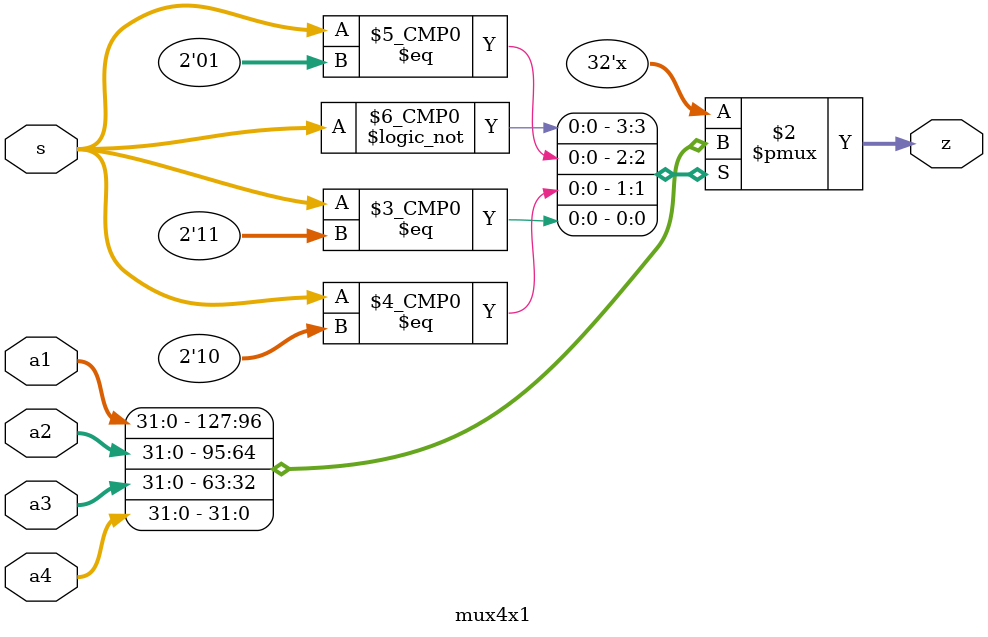
<source format=v>
/* 
Includes all the needed versions of mux:
mux2x1 for 32bits
mux4x1 for 32bits

*/
////////////////////////////////////////////////////////////////////////////////
module mux2x1(x,y,s,z);
	input [31:0]x,y;   
	input s;
	output reg [31:0]z;
	
	always @ (x or y or s)	
	begin 
		if(s==0)
			z = x;
		else
			z = y; 
	end
	
endmodule	


module mux4x1(a1,a2,a3,a4,s,z);
	input [31:0]a1,a2,a3,a4;   
	input [1:0]s;
	output reg [31:0] z;
	
	always @ (a1 or a2 or a3 or a4 or s)	
	begin 
		case(s)
	      2'b00: 
		  	z = a1;
	      2'b01: 
		  	z = a2;
	      2'b10: 
		  	z = a3;
	      2'b11: 
		  	z = a4;
	      default: 
		  	z = a1; 
	    endcase
	end
	
endmodule
</source>
